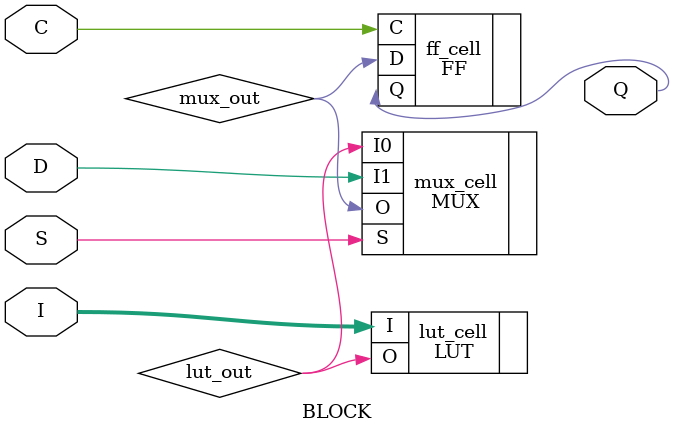
<source format=v>
/*
 * Copyright (C) 2020  The SymbiFlow Authors.
 *
 * Use of this source code is governed by a ISC-style
 * license that can be found in the LICENSE file or at
 * https://opensource.org/licenses/ISC
 *
 * SPDX-License-Identifier:     ISC
 */

`include "lut/lut.sim.v"
`include "mux/mux.sim.v"
`include "ff/ff.sim.v"

module BLOCK (
    input  wire       C,
    input  wire [3:0] I,
    input  wire       D,
    input  wire       S,
    output wire       Q
);

    // LUT
    wire lut_out;

    LUT lut_cell (
        .I (I),
        .O (lut_out)
    );

    // Mux
    wire mux_out;

    MUX mux_cell (
        .I0 (lut_out),
        .I1 (D),
        .S  (S),
        .O  (mux_out)
    );

    // FF
    FF ff_cell (
        .C  (C),
        .D  (mux_out),
        .Q  (Q)
    );

endmodule

</source>
